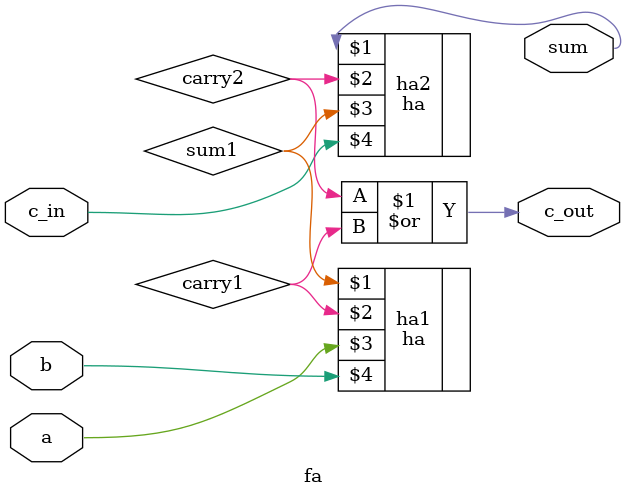
<source format=v>
module fa(output wire c_out, output wire sum, input wire a, input wire b, input wire c_in);

wire sum1;
wire carry1;
wire carry2;

ha ha1(sum1, carry1, a, b);
ha ha2(sum, carry2, sum1, c_in);

or or1(c_out, carry2, carry1);

endmodule
</source>
